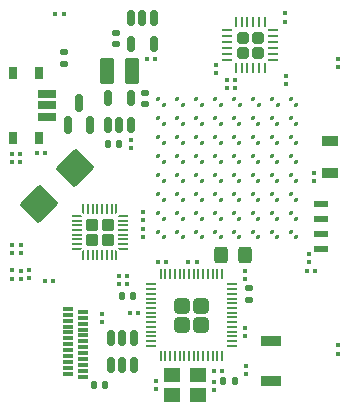
<source format=gbr>
%TF.GenerationSoftware,KiCad,Pcbnew,9.0.1*%
%TF.CreationDate,2025-04-25T01:04:06-07:00*%
%TF.ProjectId,microcouple,6d696372-6f63-46f7-9570-6c652e6b6963,rev?*%
%TF.SameCoordinates,Original*%
%TF.FileFunction,Paste,Top*%
%TF.FilePolarity,Positive*%
%FSLAX46Y46*%
G04 Gerber Fmt 4.6, Leading zero omitted, Abs format (unit mm)*
G04 Created by KiCad (PCBNEW 9.0.1) date 2025-04-25 01:04:06*
%MOMM*%
%LPD*%
G01*
G04 APERTURE LIST*
G04 Aperture macros list*
%AMRoundRect*
0 Rectangle with rounded corners*
0 $1 Rounding radius*
0 $2 $3 $4 $5 $6 $7 $8 $9 X,Y pos of 4 corners*
0 Add a 4 corners polygon primitive as box body*
4,1,4,$2,$3,$4,$5,$6,$7,$8,$9,$2,$3,0*
0 Add four circle primitives for the rounded corners*
1,1,$1+$1,$2,$3*
1,1,$1+$1,$4,$5*
1,1,$1+$1,$6,$7*
1,1,$1+$1,$8,$9*
0 Add four rect primitives between the rounded corners*
20,1,$1+$1,$2,$3,$4,$5,0*
20,1,$1+$1,$4,$5,$6,$7,0*
20,1,$1+$1,$6,$7,$8,$9,0*
20,1,$1+$1,$8,$9,$2,$3,0*%
%AMFreePoly0*
4,1,14,0.314644,0.085355,0.385355,0.014644,0.400000,-0.020711,0.400000,-0.050000,0.385355,-0.085355,0.350000,-0.100000,-0.350000,-0.100000,-0.385355,-0.085355,-0.400000,-0.050000,-0.400000,0.050000,-0.385355,0.085355,-0.350000,0.100000,0.279289,0.100000,0.314644,0.085355,0.314644,0.085355,$1*%
%AMFreePoly1*
4,1,14,0.385355,0.085355,0.400000,0.050000,0.400000,0.020711,0.385355,-0.014644,0.314644,-0.085355,0.279289,-0.100000,-0.350000,-0.100000,-0.385355,-0.085355,-0.400000,-0.050000,-0.400000,0.050000,-0.385355,0.085355,-0.350000,0.100000,0.350000,0.100000,0.385355,0.085355,0.385355,0.085355,$1*%
%AMFreePoly2*
4,1,14,0.085355,0.385355,0.100000,0.350000,0.100000,-0.350000,0.085355,-0.385355,0.050000,-0.400000,-0.050000,-0.400000,-0.085355,-0.385355,-0.100000,-0.350000,-0.100000,0.279289,-0.085355,0.314644,-0.014644,0.385355,0.020711,0.400000,0.050000,0.400000,0.085355,0.385355,0.085355,0.385355,$1*%
%AMFreePoly3*
4,1,14,0.014644,0.385355,0.085355,0.314644,0.100000,0.279289,0.100000,-0.350000,0.085355,-0.385355,0.050000,-0.400000,-0.050000,-0.400000,-0.085355,-0.385355,-0.100000,-0.350000,-0.100000,0.350000,-0.085355,0.385355,-0.050000,0.400000,-0.020711,0.400000,0.014644,0.385355,0.014644,0.385355,$1*%
%AMFreePoly4*
4,1,14,0.385355,0.085355,0.400000,0.050000,0.400000,-0.050000,0.385355,-0.085355,0.350000,-0.100000,-0.279289,-0.100000,-0.314644,-0.085355,-0.385355,-0.014644,-0.400000,0.020711,-0.400000,0.050000,-0.385355,0.085355,-0.350000,0.100000,0.350000,0.100000,0.385355,0.085355,0.385355,0.085355,$1*%
%AMFreePoly5*
4,1,14,0.385355,0.085355,0.400000,0.050000,0.400000,-0.050000,0.385355,-0.085355,0.350000,-0.100000,-0.350000,-0.100000,-0.385355,-0.085355,-0.400000,-0.050000,-0.400000,-0.020711,-0.385355,0.014644,-0.314644,0.085355,-0.279289,0.100000,0.350000,0.100000,0.385355,0.085355,0.385355,0.085355,$1*%
%AMFreePoly6*
4,1,14,0.085355,0.385355,0.100000,0.350000,0.100000,-0.279289,0.085355,-0.314644,0.014644,-0.385355,-0.020711,-0.400000,-0.050000,-0.400000,-0.085355,-0.385355,-0.100000,-0.350000,-0.100000,0.350000,-0.085355,0.385355,-0.050000,0.400000,0.050000,0.400000,0.085355,0.385355,0.085355,0.385355,$1*%
%AMFreePoly7*
4,1,14,0.085355,0.385355,0.100000,0.350000,0.100000,-0.350000,0.085355,-0.385355,0.050000,-0.400000,0.020711,-0.400000,-0.014644,-0.385355,-0.085355,-0.314644,-0.100000,-0.279289,-0.100000,0.350000,-0.085355,0.385355,-0.050000,0.400000,0.050000,0.400000,0.085355,0.385355,0.085355,0.385355,$1*%
G04 Aperture macros list end*
%ADD10R,0.950000X0.300000*%
%ADD11R,1.500000X0.700000*%
%ADD12R,0.800000X1.000000*%
%ADD13RoundRect,0.250000X0.070711X1.343503X-1.343503X-0.070711X-0.070711X-1.343503X1.343503X0.070711X0*%
%ADD14R,1.270000X0.500000*%
%ADD15R,1.400000X0.900000*%
%ADD16RoundRect,0.079500X0.127279X0.014849X0.014849X0.127279X-0.127279X-0.014849X-0.014849X-0.127279X0*%
%ADD17R,1.700000X0.900000*%
%ADD18RoundRect,0.140000X0.140000X0.170000X-0.140000X0.170000X-0.140000X-0.170000X0.140000X-0.170000X0*%
%ADD19RoundRect,0.079500X0.079500X0.100500X-0.079500X0.100500X-0.079500X-0.100500X0.079500X-0.100500X0*%
%ADD20RoundRect,0.079500X-0.100500X0.079500X-0.100500X-0.079500X0.100500X-0.079500X0.100500X0.079500X0*%
%ADD21RoundRect,0.250000X-0.375000X-0.850000X0.375000X-0.850000X0.375000X0.850000X-0.375000X0.850000X0*%
%ADD22RoundRect,0.150000X0.150000X-0.512500X0.150000X0.512500X-0.150000X0.512500X-0.150000X-0.512500X0*%
%ADD23RoundRect,0.150000X-0.150000X0.512500X-0.150000X-0.512500X0.150000X-0.512500X0.150000X0.512500X0*%
%ADD24RoundRect,0.150000X0.150000X-0.587500X0.150000X0.587500X-0.150000X0.587500X-0.150000X-0.587500X0*%
%ADD25RoundRect,0.250000X-0.285000X0.285000X-0.285000X-0.285000X0.285000X-0.285000X0.285000X0.285000X0*%
%ADD26FreePoly0,270.000000*%
%ADD27RoundRect,0.050000X-0.050000X0.350000X-0.050000X-0.350000X0.050000X-0.350000X0.050000X0.350000X0*%
%ADD28FreePoly1,270.000000*%
%ADD29FreePoly2,270.000000*%
%ADD30RoundRect,0.050000X-0.350000X0.050000X-0.350000X-0.050000X0.350000X-0.050000X0.350000X0.050000X0*%
%ADD31FreePoly3,270.000000*%
%ADD32FreePoly4,270.000000*%
%ADD33FreePoly5,270.000000*%
%ADD34FreePoly6,270.000000*%
%ADD35FreePoly7,270.000000*%
%ADD36RoundRect,0.079500X-0.079500X-0.100500X0.079500X-0.100500X0.079500X0.100500X-0.079500X0.100500X0*%
%ADD37RoundRect,0.250000X0.255000X-0.255000X0.255000X0.255000X-0.255000X0.255000X-0.255000X-0.255000X0*%
%ADD38RoundRect,0.062500X0.062500X-0.337500X0.062500X0.337500X-0.062500X0.337500X-0.062500X-0.337500X0*%
%ADD39RoundRect,0.062500X0.337500X-0.062500X0.337500X0.062500X-0.337500X0.062500X-0.337500X-0.062500X0*%
%ADD40RoundRect,0.140000X-0.170000X0.140000X-0.170000X-0.140000X0.170000X-0.140000X0.170000X0.140000X0*%
%ADD41RoundRect,0.249999X-0.395001X-0.395001X0.395001X-0.395001X0.395001X0.395001X-0.395001X0.395001X0*%
%ADD42RoundRect,0.050000X-0.387500X-0.050000X0.387500X-0.050000X0.387500X0.050000X-0.387500X0.050000X0*%
%ADD43RoundRect,0.050000X-0.050000X-0.387500X0.050000X-0.387500X0.050000X0.387500X-0.050000X0.387500X0*%
%ADD44RoundRect,0.079500X0.100500X-0.079500X0.100500X0.079500X-0.100500X0.079500X-0.100500X-0.079500X0*%
%ADD45RoundRect,0.250000X-0.325000X-0.450000X0.325000X-0.450000X0.325000X0.450000X-0.325000X0.450000X0*%
%ADD46RoundRect,0.140000X0.170000X-0.140000X0.170000X0.140000X-0.170000X0.140000X-0.170000X-0.140000X0*%
%ADD47R,1.400000X1.200000*%
%ADD48RoundRect,0.140000X-0.140000X-0.170000X0.140000X-0.170000X0.140000X0.170000X-0.140000X0.170000X0*%
G04 APERTURE END LIST*
D10*
%TO.C,J2*%
X93147500Y-70670000D03*
X93147500Y-71180000D03*
X93147500Y-71670000D03*
X93147500Y-72180000D03*
X93147500Y-72670000D03*
X93147500Y-73180000D03*
X93147500Y-73670000D03*
X93147500Y-74180000D03*
X93147500Y-74670000D03*
X93147500Y-75180000D03*
X93147500Y-75670000D03*
X93147500Y-76180000D03*
X91847500Y-75920000D03*
X91847500Y-75420000D03*
X91847500Y-74920000D03*
X91847500Y-74420000D03*
X91847500Y-73920000D03*
X91847500Y-73420000D03*
X91847500Y-72920000D03*
X91847500Y-72420000D03*
X91847500Y-71920000D03*
X91847500Y-71420000D03*
X91847500Y-70920000D03*
X91847500Y-70420000D03*
%TD*%
D11*
%TO.C,SW2*%
X90100000Y-52200000D03*
X90100000Y-53200000D03*
X90100000Y-54200000D03*
D12*
X89400000Y-50450000D03*
X87200000Y-50450000D03*
X89400000Y-55950000D03*
X87200000Y-55950000D03*
%TD*%
D13*
%TO.C,D2*%
X89429720Y-61570280D03*
X92470280Y-58529720D03*
%TD*%
D14*
%TO.C,U7*%
X113300000Y-65360000D03*
X113300000Y-64090000D03*
X113300000Y-62820000D03*
X113300000Y-61550000D03*
%TD*%
D15*
%TO.C,D69*%
X114000000Y-58950000D03*
X114000000Y-56250000D03*
%TD*%
D16*
%TO.C,D18*%
X101551361Y-61176852D03*
X101063457Y-60688948D03*
%TD*%
D17*
%TO.C,SW1*%
X109000000Y-73150000D03*
X109000000Y-76550000D03*
%TD*%
D18*
%TO.C,C1*%
X95010000Y-76900000D03*
X94050000Y-76900000D03*
%TD*%
D19*
%TO.C,R9*%
X89895000Y-57200000D03*
X89205000Y-57200000D03*
%TD*%
D20*
%TO.C,C10*%
X106800000Y-67205000D03*
X106800000Y-67895000D03*
%TD*%
D16*
%TO.C,D46*%
X107979932Y-54776852D03*
X107492028Y-54288948D03*
%TD*%
%TO.C,D21*%
X103194218Y-53153126D03*
X102706314Y-52665222D03*
%TD*%
%TO.C,D33*%
X104765647Y-59576852D03*
X104277743Y-59088948D03*
%TD*%
%TO.C,D55*%
X109587075Y-56376852D03*
X109099171Y-55888948D03*
%TD*%
%TO.C,D56*%
X109587075Y-57976852D03*
X109099171Y-57488948D03*
%TD*%
%TO.C,D45*%
X107994218Y-53153126D03*
X107506314Y-52665222D03*
%TD*%
%TO.C,D24*%
X103158504Y-57976852D03*
X102670600Y-57488948D03*
%TD*%
D21*
%TO.C,L1*%
X95125000Y-50300000D03*
X97275000Y-50300000D03*
%TD*%
D16*
%TO.C,D35*%
X104765647Y-62776852D03*
X104277743Y-62288948D03*
%TD*%
D22*
%TO.C,U4*%
X95250000Y-54837500D03*
X96200000Y-54837500D03*
X97150000Y-54837500D03*
X97150000Y-52562500D03*
X95250000Y-52562500D03*
%TD*%
D16*
%TO.C,D37*%
X106394218Y-53153126D03*
X105906314Y-52665222D03*
%TD*%
D23*
%TO.C,U3*%
X99100000Y-45762500D03*
X98150000Y-45762500D03*
X97200000Y-45762500D03*
X97200000Y-48037500D03*
X99100000Y-48037500D03*
%TD*%
D16*
%TO.C,D47*%
X107979932Y-56376852D03*
X107492028Y-55888948D03*
%TD*%
D24*
%TO.C,Q1*%
X91837500Y-54887500D03*
X93737500Y-54887500D03*
X92787500Y-53012500D03*
%TD*%
D25*
%TO.C,U5*%
X95210000Y-63290000D03*
X93890000Y-63290000D03*
X95210000Y-64610000D03*
X93890000Y-64610000D03*
D26*
X95950000Y-62000000D03*
D27*
X95550000Y-62000000D03*
X95150000Y-62000000D03*
X94750000Y-62000000D03*
X94350000Y-62000000D03*
X93950000Y-62000000D03*
X93550000Y-62000000D03*
D28*
X93150000Y-62000000D03*
D29*
X92600000Y-62550000D03*
D30*
X92600000Y-62950000D03*
X92600000Y-63350000D03*
X92600000Y-63750000D03*
X92600000Y-64150000D03*
X92600000Y-64550000D03*
X92600000Y-64950000D03*
D31*
X92600000Y-65350000D03*
D32*
X93150000Y-65900000D03*
D27*
X93550000Y-65900000D03*
X93950000Y-65900000D03*
X94350000Y-65900000D03*
X94750000Y-65900000D03*
X95150000Y-65900000D03*
X95550000Y-65900000D03*
D33*
X95950000Y-65900000D03*
D34*
X96500000Y-65350000D03*
D30*
X96500000Y-64950000D03*
X96500000Y-64550000D03*
X96500000Y-64150000D03*
X96500000Y-63750000D03*
X96500000Y-63350000D03*
X96500000Y-62950000D03*
D35*
X96500000Y-62550000D03*
%TD*%
D20*
%TO.C,C16*%
X97150000Y-56125000D03*
X97150000Y-56815000D03*
%TD*%
D16*
%TO.C,D20*%
X101551361Y-64376852D03*
X101063457Y-63888948D03*
%TD*%
D36*
%TO.C,C21*%
X105305000Y-51050000D03*
X105995000Y-51050000D03*
%TD*%
D16*
%TO.C,D26*%
X103158504Y-61176852D03*
X102670600Y-60688948D03*
%TD*%
D37*
%TO.C,U6*%
X106675000Y-48725000D03*
X107925000Y-48725000D03*
X106675000Y-47475000D03*
X107925000Y-47475000D03*
D38*
X106050000Y-50050000D03*
X106550000Y-50050000D03*
X107050000Y-50050000D03*
X107550000Y-50050000D03*
X108050000Y-50050000D03*
X108550000Y-50050000D03*
D39*
X109250000Y-49350000D03*
X109250000Y-48850000D03*
X109250000Y-48350000D03*
X109250000Y-47850000D03*
X109250000Y-47350000D03*
X109250000Y-46850000D03*
D38*
X108550000Y-46150000D03*
X108050000Y-46150000D03*
X107550000Y-46150000D03*
X107050000Y-46150000D03*
X106550000Y-46150000D03*
X106050000Y-46150000D03*
D39*
X105350000Y-46850000D03*
X105350000Y-47350000D03*
X105350000Y-47850000D03*
X105350000Y-48350000D03*
X105350000Y-48850000D03*
X105350000Y-49350000D03*
%TD*%
D16*
%TO.C,D30*%
X104765647Y-54776852D03*
X104277743Y-54288948D03*
%TD*%
%TO.C,D22*%
X103158504Y-54776852D03*
X102670600Y-54288948D03*
%TD*%
D20*
%TO.C,C22*%
X104350000Y-49805000D03*
X104350000Y-50495000D03*
%TD*%
D16*
%TO.C,D11*%
X99944218Y-62776852D03*
X99456314Y-62288948D03*
%TD*%
%TO.C,D54*%
X109587075Y-54776852D03*
X109099171Y-54288948D03*
%TD*%
D20*
%TO.C,R3*%
X87800000Y-57305000D03*
X87800000Y-57995000D03*
%TD*%
D16*
%TO.C,D60*%
X109587075Y-64376852D03*
X109099171Y-63888948D03*
%TD*%
%TO.C,D9*%
X99944218Y-59576852D03*
X99456314Y-59088948D03*
%TD*%
D20*
%TO.C,R11*%
X87850000Y-65000000D03*
X87850000Y-65690000D03*
%TD*%
D16*
%TO.C,D14*%
X101551361Y-54776852D03*
X101063457Y-54288948D03*
%TD*%
D40*
%TO.C,C17*%
X98400000Y-52120000D03*
X98400000Y-53080000D03*
%TD*%
D16*
%TO.C,D40*%
X106372789Y-57976852D03*
X105884885Y-57488948D03*
%TD*%
%TO.C,D31*%
X104765647Y-56376852D03*
X104277743Y-55888948D03*
%TD*%
%TO.C,D12*%
X99944218Y-64376852D03*
X99456314Y-63888948D03*
%TD*%
D41*
%TO.C,U2*%
X101500000Y-70150000D03*
X101500000Y-71750000D03*
X103100000Y-70150000D03*
X103100000Y-71750000D03*
D42*
X98862500Y-68350000D03*
X98862500Y-68750000D03*
X98862500Y-69150000D03*
X98862500Y-69550000D03*
X98862500Y-69950000D03*
X98862500Y-70350000D03*
X98862500Y-70750000D03*
X98862500Y-71150000D03*
X98862500Y-71550000D03*
X98862500Y-71950000D03*
X98862500Y-72350000D03*
X98862500Y-72750000D03*
X98862500Y-73150000D03*
X98862500Y-73550000D03*
D43*
X99700000Y-74387500D03*
X100100000Y-74387500D03*
X100500000Y-74387500D03*
X100900000Y-74387500D03*
X101300000Y-74387500D03*
X101700000Y-74387500D03*
X102100000Y-74387500D03*
X102500000Y-74387500D03*
X102900000Y-74387500D03*
X103300000Y-74387500D03*
X103700000Y-74387500D03*
X104100000Y-74387500D03*
X104500000Y-74387500D03*
X104900000Y-74387500D03*
D42*
X105737500Y-73550000D03*
X105737500Y-73150000D03*
X105737500Y-72750000D03*
X105737500Y-72350000D03*
X105737500Y-71950000D03*
X105737500Y-71550000D03*
X105737500Y-71150000D03*
X105737500Y-70750000D03*
X105737500Y-70350000D03*
X105737500Y-69950000D03*
X105737500Y-69550000D03*
X105737500Y-69150000D03*
X105737500Y-68750000D03*
X105737500Y-68350000D03*
D43*
X104900000Y-67512500D03*
X104500000Y-67512500D03*
X104100000Y-67512500D03*
X103700000Y-67512500D03*
X103300000Y-67512500D03*
X102900000Y-67512500D03*
X102500000Y-67512500D03*
X102100000Y-67512500D03*
X101700000Y-67512500D03*
X101300000Y-67512500D03*
X100900000Y-67512500D03*
X100500000Y-67512500D03*
X100100000Y-67512500D03*
X99700000Y-67512500D03*
%TD*%
D44*
%TO.C,C2*%
X88550000Y-67845000D03*
X88550000Y-67155000D03*
%TD*%
D16*
%TO.C,D5*%
X99944218Y-53153126D03*
X99456314Y-52665222D03*
%TD*%
%TO.C,D58*%
X109587075Y-61176852D03*
X109099171Y-60688948D03*
%TD*%
D45*
%TO.C,FB1*%
X104775000Y-65850000D03*
X106825000Y-65850000D03*
%TD*%
D16*
%TO.C,D67*%
X111194218Y-62776852D03*
X110706314Y-62288948D03*
%TD*%
%TO.C,D39*%
X106372789Y-56376852D03*
X105884885Y-55888948D03*
%TD*%
D46*
%TO.C,C14*%
X95950000Y-48010000D03*
X95950000Y-47050000D03*
%TD*%
D16*
%TO.C,D23*%
X103158504Y-56376852D03*
X102670600Y-55888948D03*
%TD*%
D20*
%TO.C,R13*%
X96850000Y-67605000D03*
X96850000Y-68295000D03*
%TD*%
D16*
%TO.C,D19*%
X101551361Y-62776852D03*
X101063457Y-62288948D03*
%TD*%
%TO.C,D44*%
X106372789Y-64376852D03*
X105884885Y-63888948D03*
%TD*%
D20*
%TO.C,C20*%
X96150000Y-67605000D03*
X96150000Y-68295000D03*
%TD*%
D16*
%TO.C,D66*%
X111194218Y-61176852D03*
X110706314Y-60688948D03*
%TD*%
D36*
%TO.C,C12*%
X104205000Y-75650000D03*
X104895000Y-75650000D03*
%TD*%
%TO.C,C19*%
X99485000Y-66450000D03*
X100175000Y-66450000D03*
%TD*%
D16*
%TO.C,D8*%
X99944218Y-57976852D03*
X99456314Y-57488948D03*
%TD*%
D19*
%TO.C,C6*%
X102745000Y-66450000D03*
X102055000Y-66450000D03*
%TD*%
D16*
%TO.C,D36*%
X104765647Y-64376852D03*
X104277743Y-63888948D03*
%TD*%
%TO.C,D53*%
X109594218Y-53153126D03*
X109106314Y-52665222D03*
%TD*%
%TO.C,D68*%
X111194218Y-64376852D03*
X110706314Y-63888948D03*
%TD*%
%TO.C,D6*%
X99944218Y-54776852D03*
X99456314Y-54288948D03*
%TD*%
D22*
%TO.C,U1*%
X95500000Y-75137500D03*
X96450000Y-75137500D03*
X97400000Y-75137500D03*
X97400000Y-72862500D03*
X96450000Y-72862500D03*
X95500000Y-72862500D03*
%TD*%
D16*
%TO.C,D27*%
X103158504Y-62776852D03*
X102670600Y-62288948D03*
%TD*%
%TO.C,D57*%
X109587075Y-59576852D03*
X109099171Y-59088948D03*
%TD*%
D36*
%TO.C,R1*%
X89925000Y-68100000D03*
X90615000Y-68100000D03*
%TD*%
D16*
%TO.C,D28*%
X103158504Y-64376852D03*
X102670600Y-63888948D03*
%TD*%
%TO.C,D13*%
X101594218Y-53153126D03*
X101106314Y-52665222D03*
%TD*%
D19*
%TO.C,R10*%
X99195000Y-49300000D03*
X98505000Y-49300000D03*
%TD*%
D16*
%TO.C,D63*%
X111194218Y-56376852D03*
X110706314Y-55888948D03*
%TD*%
D20*
%TO.C,R12*%
X87850000Y-67185000D03*
X87850000Y-67875000D03*
%TD*%
D16*
%TO.C,D64*%
X111194218Y-57976852D03*
X110706314Y-57488948D03*
%TD*%
D44*
%TO.C,C26*%
X114750000Y-74215000D03*
X114750000Y-73525000D03*
%TD*%
D20*
%TO.C,R7*%
X110350000Y-50735000D03*
X110350000Y-51425000D03*
%TD*%
D16*
%TO.C,D10*%
X99944218Y-61176852D03*
X99456314Y-60688948D03*
%TD*%
D20*
%TO.C,R17*%
X112700000Y-58905000D03*
X112700000Y-59595000D03*
%TD*%
D44*
%TO.C,C3*%
X99300000Y-77245000D03*
X99300000Y-76555000D03*
%TD*%
D16*
%TO.C,D29*%
X104794218Y-53153126D03*
X104306314Y-52665222D03*
%TD*%
D20*
%TO.C,C25*%
X114750000Y-49275000D03*
X114750000Y-49965000D03*
%TD*%
%TO.C,C4*%
X104200000Y-76575000D03*
X104200000Y-77265000D03*
%TD*%
D16*
%TO.C,D16*%
X101551361Y-57976852D03*
X101063457Y-57488948D03*
%TD*%
%TO.C,D51*%
X107979932Y-62776852D03*
X107492028Y-62288948D03*
%TD*%
%TO.C,D7*%
X99944218Y-56376852D03*
X99456314Y-55888948D03*
%TD*%
%TO.C,D49*%
X107979932Y-59576852D03*
X107492028Y-59088948D03*
%TD*%
%TO.C,D59*%
X109587075Y-62776852D03*
X109099171Y-62288948D03*
%TD*%
D40*
%TO.C,C9*%
X107200000Y-68695000D03*
X107200000Y-69655000D03*
%TD*%
D19*
%TO.C,R8*%
X112765000Y-67250000D03*
X112075000Y-67250000D03*
%TD*%
D16*
%TO.C,D41*%
X106372789Y-59576852D03*
X105884885Y-59088948D03*
%TD*%
%TO.C,D32*%
X104765647Y-57976852D03*
X104277743Y-57488948D03*
%TD*%
%TO.C,D48*%
X107979932Y-57976852D03*
X107492028Y-57488948D03*
%TD*%
%TO.C,D50*%
X107979932Y-61176852D03*
X107492028Y-60688948D03*
%TD*%
%TO.C,D52*%
X107979932Y-64376852D03*
X107492028Y-63888948D03*
%TD*%
%TO.C,D38*%
X106372789Y-54776852D03*
X105884885Y-54288948D03*
%TD*%
D20*
%TO.C,C18*%
X98200000Y-63650000D03*
X98200000Y-64340000D03*
%TD*%
D16*
%TO.C,D25*%
X103158504Y-59576852D03*
X102670600Y-59088948D03*
%TD*%
D20*
%TO.C,C5*%
X106800000Y-72005000D03*
X106800000Y-72695000D03*
%TD*%
D16*
%TO.C,D34*%
X104765647Y-61176852D03*
X104277743Y-60688948D03*
%TD*%
D18*
%TO.C,C8*%
X97380000Y-69300000D03*
X96420000Y-69300000D03*
%TD*%
D19*
%TO.C,C7*%
X97775000Y-70750000D03*
X97085000Y-70750000D03*
%TD*%
D47*
%TO.C,X1*%
X100650000Y-77725000D03*
X102850000Y-77725000D03*
X102850000Y-76025000D03*
X100650000Y-76025000D03*
%TD*%
D16*
%TO.C,D65*%
X111194218Y-59576852D03*
X110706314Y-59088948D03*
%TD*%
D36*
%TO.C,R16*%
X105305000Y-51750000D03*
X105995000Y-51750000D03*
%TD*%
D44*
%TO.C,R6*%
X106900000Y-75915000D03*
X106900000Y-75225000D03*
%TD*%
D16*
%TO.C,D17*%
X101551361Y-59576852D03*
X101063457Y-59088948D03*
%TD*%
%TO.C,D43*%
X106372789Y-62776852D03*
X105884885Y-62288948D03*
%TD*%
D48*
%TO.C,C11*%
X105000000Y-76550000D03*
X105960000Y-76550000D03*
%TD*%
%TO.C,C15*%
X95240000Y-56500000D03*
X96200000Y-56500000D03*
%TD*%
D44*
%TO.C,D3*%
X87150000Y-65690000D03*
X87150000Y-65000000D03*
%TD*%
D40*
%TO.C,C13*%
X91500000Y-48690000D03*
X91500000Y-49650000D03*
%TD*%
D20*
%TO.C,D1*%
X87100000Y-57310000D03*
X87100000Y-58000000D03*
%TD*%
%TO.C,R2*%
X94750000Y-70875000D03*
X94750000Y-71565000D03*
%TD*%
D16*
%TO.C,D42*%
X106372789Y-61176852D03*
X105884885Y-60688948D03*
%TD*%
D44*
%TO.C,D4*%
X87150000Y-67865000D03*
X87150000Y-67175000D03*
%TD*%
D16*
%TO.C,D15*%
X101551361Y-56376852D03*
X101063457Y-55888948D03*
%TD*%
D36*
%TO.C,C24*%
X90785000Y-45500000D03*
X91475000Y-45500000D03*
%TD*%
D16*
%TO.C,D62*%
X111194218Y-54776852D03*
X110706314Y-54288948D03*
%TD*%
%TO.C,D61*%
X111194218Y-53153126D03*
X110706314Y-52665222D03*
%TD*%
D20*
%TO.C,R15*%
X110250000Y-45405000D03*
X110250000Y-46095000D03*
%TD*%
D44*
%TO.C,C23*%
X112300000Y-66495000D03*
X112300000Y-65805000D03*
%TD*%
%TO.C,R14*%
X98200000Y-62940000D03*
X98200000Y-62250000D03*
%TD*%
M02*

</source>
